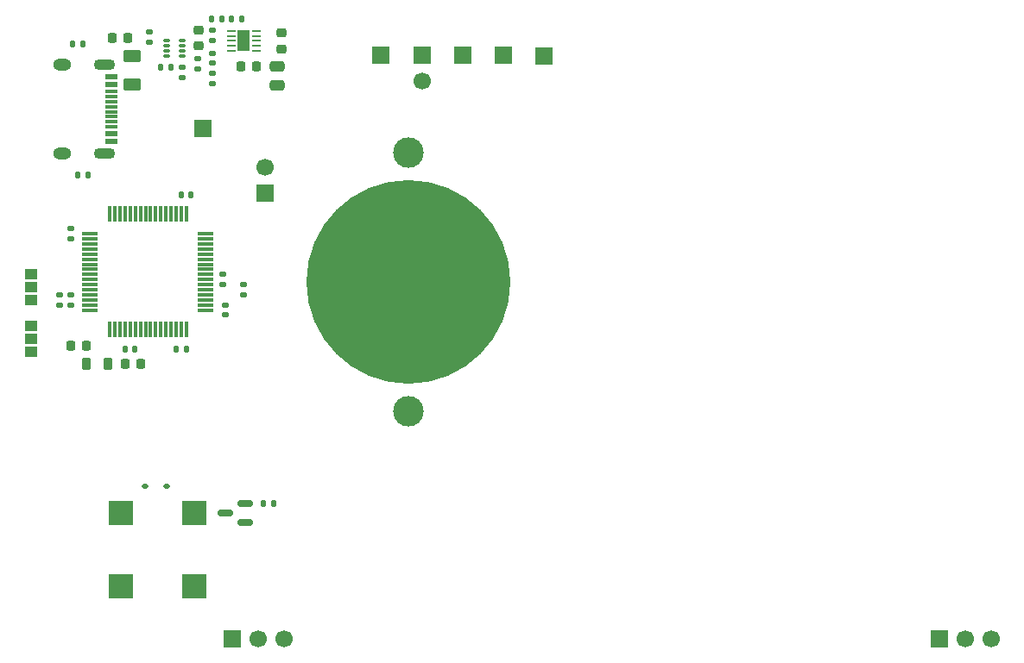
<source format=gbr>
%TF.GenerationSoftware,KiCad,Pcbnew,9.0.6*%
%TF.CreationDate,2026-01-26T23:14:37+09:00*%
%TF.ProjectId,bokaka,626f6b61-6b61-42e6-9b69-6361645f7063,rev?*%
%TF.SameCoordinates,Original*%
%TF.FileFunction,Soldermask,Bot*%
%TF.FilePolarity,Negative*%
%FSLAX46Y46*%
G04 Gerber Fmt 4.6, Leading zero omitted, Abs format (unit mm)*
G04 Created by KiCad (PCBNEW 9.0.6) date 2026-01-26 23:14:37*
%MOMM*%
%LPD*%
G01*
G04 APERTURE LIST*
G04 Aperture macros list*
%AMRoundRect*
0 Rectangle with rounded corners*
0 $1 Rounding radius*
0 $2 $3 $4 $5 $6 $7 $8 $9 X,Y pos of 4 corners*
0 Add a 4 corners polygon primitive as box body*
4,1,4,$2,$3,$4,$5,$6,$7,$8,$9,$2,$3,0*
0 Add four circle primitives for the rounded corners*
1,1,$1+$1,$2,$3*
1,1,$1+$1,$4,$5*
1,1,$1+$1,$6,$7*
1,1,$1+$1,$8,$9*
0 Add four rect primitives between the rounded corners*
20,1,$1+$1,$2,$3,$4,$5,0*
20,1,$1+$1,$4,$5,$6,$7,0*
20,1,$1+$1,$6,$7,$8,$9,0*
20,1,$1+$1,$8,$9,$2,$3,0*%
G04 Aperture macros list end*
%ADD10R,1.700000X1.700000*%
%ADD11C,1.700000*%
%ADD12RoundRect,0.218750X0.218750X0.381250X-0.218750X0.381250X-0.218750X-0.381250X0.218750X-0.381250X0*%
%ADD13RoundRect,0.135000X0.135000X0.185000X-0.135000X0.185000X-0.135000X-0.185000X0.135000X-0.185000X0*%
%ADD14RoundRect,0.135000X-0.135000X-0.185000X0.135000X-0.185000X0.135000X0.185000X-0.135000X0.185000X0*%
%ADD15RoundRect,0.140000X-0.170000X0.140000X-0.170000X-0.140000X0.170000X-0.140000X0.170000X0.140000X0*%
%ADD16RoundRect,0.218750X0.256250X-0.218750X0.256250X0.218750X-0.256250X0.218750X-0.256250X-0.218750X0*%
%ADD17RoundRect,0.135000X-0.185000X0.135000X-0.185000X-0.135000X0.185000X-0.135000X0.185000X0.135000X0*%
%ADD18RoundRect,0.140000X0.170000X-0.140000X0.170000X0.140000X-0.170000X0.140000X-0.170000X-0.140000X0*%
%ADD19RoundRect,0.140000X-0.140000X-0.170000X0.140000X-0.170000X0.140000X0.170000X-0.140000X0.170000X0*%
%ADD20C,1.016000*%
%ADD21R,1.270000X1.016000*%
%ADD22RoundRect,0.050000X0.285000X0.100000X-0.285000X0.100000X-0.285000X-0.100000X0.285000X-0.100000X0*%
%ADD23RoundRect,0.140000X0.140000X0.170000X-0.140000X0.170000X-0.140000X-0.170000X0.140000X-0.170000X0*%
%ADD24O,1.800000X1.200000*%
%ADD25O,2.100000X1.100000*%
%ADD26R,1.300000X0.600000*%
%ADD27R,1.300000X0.300000*%
%ADD28RoundRect,0.225000X0.225000X0.250000X-0.225000X0.250000X-0.225000X-0.250000X0.225000X-0.250000X0*%
%ADD29RoundRect,0.225000X0.250000X-0.225000X0.250000X0.225000X-0.250000X0.225000X-0.250000X-0.225000X0*%
%ADD30RoundRect,0.062500X-0.350000X-0.062500X0.350000X-0.062500X0.350000X0.062500X-0.350000X0.062500X0*%
%ADD31R,1.200000X2.000000*%
%ADD32RoundRect,0.250000X-0.475000X0.250000X-0.475000X-0.250000X0.475000X-0.250000X0.475000X0.250000X0*%
%ADD33RoundRect,0.225000X-0.225000X-0.250000X0.225000X-0.250000X0.225000X0.250000X-0.225000X0.250000X0*%
%ADD34RoundRect,0.150000X0.587500X0.150000X-0.587500X0.150000X-0.587500X-0.150000X0.587500X-0.150000X0*%
%ADD35RoundRect,0.112500X-0.187500X-0.112500X0.187500X-0.112500X0.187500X0.112500X-0.187500X0.112500X0*%
%ADD36R,2.400000X2.400000*%
%ADD37RoundRect,0.250000X0.625000X-0.375000X0.625000X0.375000X-0.625000X0.375000X-0.625000X-0.375000X0*%
%ADD38RoundRect,0.075000X0.075000X-0.700000X0.075000X0.700000X-0.075000X0.700000X-0.075000X-0.700000X0*%
%ADD39RoundRect,0.075000X0.700000X-0.075000X0.700000X0.075000X-0.700000X0.075000X-0.700000X-0.075000X0*%
%ADD40C,3.000000*%
%ADD41C,20.000000*%
G04 APERTURE END LIST*
D10*
%TO.C,UART*%
X112950000Y-78225000D03*
D11*
X112950000Y-75685000D03*
%TD*%
D10*
%TO.C,GND*%
X140357500Y-64780000D03*
%TD*%
%TO.C,3V3*%
X128350000Y-64750000D03*
D11*
X128350000Y-67290000D03*
%TD*%
D10*
%TO.C,VSYS*%
X132342500Y-64750000D03*
%TD*%
%TO.C,BATT*%
X136335000Y-64750000D03*
%TD*%
%TO.C,3V3*%
X124357500Y-64750000D03*
%TD*%
%TO.C,USB_DETECT*%
X106850000Y-71950000D03*
%TD*%
%TO.C,J6*%
X109760000Y-122000000D03*
D11*
X112300000Y-122000000D03*
X114840000Y-122000000D03*
%TD*%
D10*
%TO.C,J5*%
X179110000Y-122000000D03*
D11*
X181650000Y-122000000D03*
X184190000Y-122000000D03*
%TD*%
D12*
%TO.C,FB1*%
X97575000Y-95050000D03*
X95450000Y-95050000D03*
%TD*%
D13*
%TO.C,R13*%
X110710000Y-61150000D03*
X109690000Y-61150000D03*
%TD*%
D14*
%TO.C,R12*%
X107690000Y-61150000D03*
X108710000Y-61150000D03*
%TD*%
D15*
%TO.C,C19*%
X107800000Y-66520000D03*
X107800000Y-67480000D03*
%TD*%
D16*
%TO.C,L1*%
X114600000Y-64096500D03*
X114600000Y-62521500D03*
%TD*%
D17*
%TO.C,R14*%
X108850000Y-86230000D03*
X108850000Y-87250000D03*
%TD*%
%TO.C,R9*%
X104840000Y-65900000D03*
X104840000Y-66920000D03*
%TD*%
D15*
%TO.C,C16*%
X107800000Y-64500000D03*
X107800000Y-65460000D03*
%TD*%
%TO.C,C8*%
X92800000Y-88290000D03*
X92800000Y-89250000D03*
%TD*%
D18*
%TO.C,C5*%
X109100000Y-90210000D03*
X109100000Y-89250000D03*
%TD*%
D19*
%TO.C,C9*%
X99250000Y-93600000D03*
X100210000Y-93600000D03*
%TD*%
D15*
%TO.C,C4*%
X93900000Y-81770000D03*
X93900000Y-82730000D03*
%TD*%
D17*
%TO.C,R15*%
X110900000Y-87230000D03*
X110900000Y-88250000D03*
%TD*%
D20*
%TO.C,J3*%
X90009400Y-93810000D03*
D21*
X90009400Y-93810000D03*
D20*
X90009400Y-92540000D03*
D21*
X90009400Y-92540000D03*
D20*
X90009400Y-91270000D03*
D21*
X90009400Y-91270000D03*
D20*
X90009400Y-88730000D03*
D21*
X90009400Y-88730000D03*
D20*
X90009400Y-87460000D03*
D21*
X90009400Y-87460000D03*
D20*
X90009400Y-86190000D03*
D21*
X90009400Y-86190000D03*
%TD*%
D22*
%TO.C,U6*%
X104840000Y-63309000D03*
X104840000Y-63809000D03*
X104840000Y-64309000D03*
X104840000Y-64809000D03*
X103360000Y-64809000D03*
X103360000Y-64309000D03*
X103360000Y-63809000D03*
X103360000Y-63309000D03*
%TD*%
D23*
%TO.C,C7*%
X105250000Y-93600000D03*
X104290000Y-93600000D03*
%TD*%
D13*
%TO.C,R1*%
X95074000Y-63650000D03*
X94054000Y-63650000D03*
%TD*%
D24*
%TO.C,USBC1*%
X93062250Y-74325000D03*
D25*
X97262250Y-74325000D03*
D24*
X93062250Y-65675000D03*
D25*
X97262250Y-65675000D03*
D26*
X97912250Y-73209000D03*
X97912250Y-72409000D03*
D27*
X97912250Y-71259000D03*
X97912250Y-70259000D03*
X97912250Y-69759000D03*
X97913250Y-68759500D03*
D26*
X97912250Y-67609000D03*
X97912250Y-66809000D03*
D27*
X97912250Y-68259000D03*
X97912250Y-69259000D03*
X97912250Y-70759000D03*
X97913250Y-71759000D03*
%TD*%
D28*
%TO.C,C17*%
X99500000Y-63000000D03*
X97950000Y-63000000D03*
%TD*%
D29*
%TO.C,C15*%
X106450000Y-63809000D03*
X106450000Y-62259000D03*
%TD*%
D30*
%TO.C,U5*%
X109687500Y-64309000D03*
X109687500Y-63809000D03*
X109687500Y-63309000D03*
X109687500Y-62809000D03*
X109687500Y-62309000D03*
X112112500Y-62309000D03*
X112112500Y-62809000D03*
X112112500Y-63309000D03*
X112112500Y-63809000D03*
X112112500Y-64309000D03*
D31*
X110900000Y-63309000D03*
%TD*%
D17*
%TO.C,R10*%
X101660000Y-62390000D03*
X101660000Y-63410000D03*
%TD*%
D28*
%TO.C,C21*%
X112112500Y-65800000D03*
X110562500Y-65800000D03*
%TD*%
D32*
%TO.C,C1*%
X114200000Y-65800000D03*
X114200000Y-67700000D03*
%TD*%
D13*
%TO.C,R17*%
X113860000Y-108700000D03*
X112840000Y-108700000D03*
%TD*%
D33*
%TO.C,C10*%
X99250000Y-95050000D03*
X100800000Y-95050000D03*
%TD*%
D14*
%TO.C,R5*%
X94590000Y-76450000D03*
X95610000Y-76450000D03*
%TD*%
D34*
%TO.C,Q1*%
X110987500Y-108700000D03*
X110987500Y-110600000D03*
X109112500Y-109650000D03*
%TD*%
D28*
%TO.C,C11*%
X95450000Y-93250000D03*
X93900000Y-93250000D03*
%TD*%
D35*
%TO.C,D40*%
X101200000Y-107050000D03*
X103300000Y-107050000D03*
%TD*%
D23*
%TO.C,C6*%
X105710000Y-78400000D03*
X104750000Y-78400000D03*
%TD*%
D36*
%TO.C,BUZZER*%
X98850000Y-109650000D03*
X106050000Y-109650000D03*
X106049500Y-116849500D03*
X98850000Y-116850000D03*
%TD*%
D15*
%TO.C,C3*%
X93900000Y-88290000D03*
X93900000Y-89250000D03*
%TD*%
D37*
%TO.C,F1*%
X99950000Y-67609000D03*
X99950000Y-64809000D03*
%TD*%
D17*
%TO.C,R11*%
X107800000Y-62289000D03*
X107800000Y-63309000D03*
%TD*%
D15*
%TO.C,C20*%
X106400000Y-65070000D03*
X106400000Y-66030000D03*
%TD*%
D14*
%TO.C,R8*%
X102740000Y-65900000D03*
X103760000Y-65900000D03*
%TD*%
D38*
%TO.C,U2*%
X105250000Y-91675000D03*
X104750000Y-91675000D03*
X104250000Y-91675000D03*
X103750000Y-91675000D03*
X103250000Y-91675000D03*
X102750000Y-91675000D03*
X102250000Y-91675000D03*
X101750000Y-91675000D03*
X101250000Y-91675000D03*
X100750000Y-91675000D03*
X100250000Y-91675000D03*
X99750000Y-91675000D03*
X99250000Y-91675000D03*
X98750000Y-91675000D03*
X98250000Y-91675000D03*
X97750000Y-91675000D03*
D39*
X95825000Y-89750000D03*
X95825000Y-89250000D03*
X95825000Y-88750000D03*
X95825000Y-88250000D03*
X95825000Y-87750000D03*
X95825000Y-87250000D03*
X95825000Y-86750000D03*
X95825000Y-86250000D03*
X95825000Y-85750000D03*
X95825000Y-85250000D03*
X95825000Y-84750000D03*
X95825000Y-84250000D03*
X95825000Y-83750000D03*
X95825000Y-83250000D03*
X95825000Y-82750000D03*
X95825000Y-82250000D03*
D38*
X97750000Y-80325000D03*
X98250000Y-80325000D03*
X98750000Y-80325000D03*
X99250000Y-80325000D03*
X99750000Y-80325000D03*
X100250000Y-80325000D03*
X100750000Y-80325000D03*
X101250000Y-80325000D03*
X101750000Y-80325000D03*
X102250000Y-80325000D03*
X102750000Y-80325000D03*
X103250000Y-80325000D03*
X103750000Y-80325000D03*
X104250000Y-80325000D03*
X104750000Y-80325000D03*
X105250000Y-80325000D03*
D39*
X107175000Y-82250000D03*
X107175000Y-82750000D03*
X107175000Y-83250000D03*
X107175000Y-83750000D03*
X107175000Y-84250000D03*
X107175000Y-84750000D03*
X107175000Y-85250000D03*
X107175000Y-85750000D03*
X107175000Y-86250000D03*
X107175000Y-86750000D03*
X107175000Y-87250000D03*
X107175000Y-87750000D03*
X107175000Y-88250000D03*
X107175000Y-88750000D03*
X107175000Y-89250000D03*
X107175000Y-89750000D03*
%TD*%
D40*
%TO.C,BT2*%
X127000000Y-99700000D03*
X127000000Y-74300000D03*
D41*
X127000000Y-87000000D03*
%TD*%
M02*

</source>
